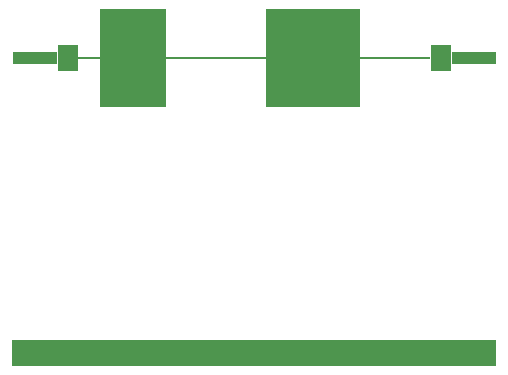
<source format=gbr>
G04 ===== Begin FILE IDENTIFICATION =====*
G04 File Format:  Gerber RS274X*
G04 ===== End FILE IDENTIFICATION =====*
%FSLAX24Y24*%
%MOIN*%
%SFA1.0000B1.0000*%
%OFA0.0B0.0*%
%ADD14R,0.070472X0.088583*%
%ADD15R,0.074803X0.010236*%
%ADD16R,0.218504X0.325984*%
%ADD17R,0.332677X0.010236*%
%ADD18R,0.313780X0.325984*%
%ADD19R,0.233465X0.010236*%
%ADD20R,1.614173X0.086614*%
%ADD21R,0.149606X0.039370*%
%LNcond*%
%IPPOS*%
%LPD*%
G75*
D14*
X352Y3150D03*
D15*
X1079D03*
D16*
X2545D03*
D17*
X5301D03*
D18*
X8533D03*
D19*
X11270D03*
D14*
X12789D03*
D20*
X6575Y-6693D03*
D21*
X13890Y3150D03*
X-748D03*
X13894D03*
M02*


</source>
